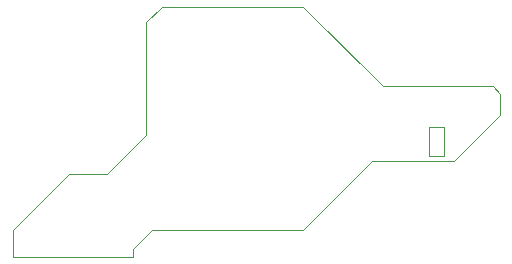
<source format=gbr>
%TF.GenerationSoftware,KiCad,Pcbnew,8.99.0-unknown-4e8e14ae3a~177~ubuntu22.04.1*%
%TF.CreationDate,2024-03-17T17:43:00+10:00*%
%TF.ProjectId,MXBreakout,4d584272-6561-46b6-9f75-742e6b696361,rev?*%
%TF.SameCoordinates,Original*%
%TF.FileFunction,Profile,NP*%
%FSLAX46Y46*%
G04 Gerber Fmt 4.6, Leading zero omitted, Abs format (unit mm)*
G04 Created by KiCad (PCBNEW 8.99.0-unknown-4e8e14ae3a~177~ubuntu22.04.1) date 2024-03-17 17:43:00*
%MOMM*%
%LPD*%
G01*
G04 APERTURE LIST*
%TA.AperFunction,Profile*%
%ADD10C,0.100000*%
%TD*%
G04 APERTURE END LIST*
D10*
X81800000Y-54100000D02*
X81800000Y-56550000D01*
X69850000Y-43925000D02*
X57850000Y-43925000D01*
X56550000Y-54725000D02*
X53250000Y-58025000D01*
X81800000Y-56550000D02*
X80450000Y-56550000D01*
X80450000Y-54100000D02*
X81800000Y-54100000D01*
X82600000Y-56925000D02*
X75650000Y-56925000D01*
X86475081Y-51249919D02*
X85875081Y-50649919D01*
X57850000Y-43925000D02*
X56550000Y-45225000D01*
X55400000Y-65100000D02*
X55400000Y-64375000D01*
X86475081Y-53049919D02*
X86475081Y-51249919D01*
X69800000Y-62775000D02*
X75650000Y-56925000D01*
X55400000Y-64375000D02*
X57000000Y-62775000D01*
X45250000Y-62775000D02*
X45250000Y-65100000D01*
X82600000Y-56925000D02*
X86475081Y-53049919D01*
X80450000Y-56550000D02*
X80450000Y-54100000D01*
X53250000Y-58025000D02*
X50000000Y-58025000D01*
X45250000Y-62775000D02*
X50000000Y-58025000D01*
X69850000Y-43925000D02*
X76575000Y-50650000D01*
X85875081Y-50649919D02*
X76575000Y-50650000D01*
X55400000Y-65100000D02*
X45250000Y-65100000D01*
X69800000Y-62775000D02*
X57000000Y-62775000D01*
X56550000Y-45225000D02*
X56550000Y-54725000D01*
M02*

</source>
